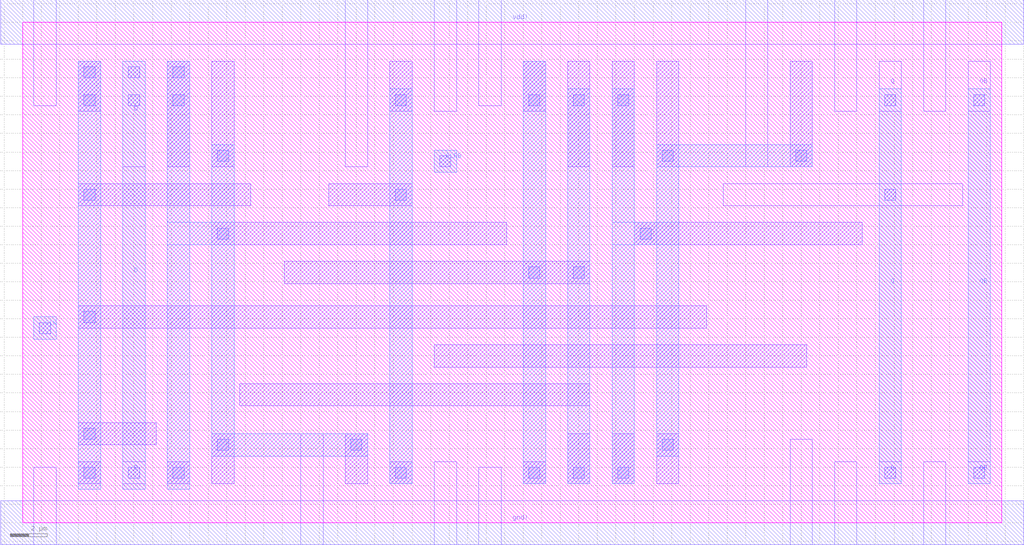
<source format=lef>

VERSION 5.5 ;
NAMESCASESENSITIVE ON ;
BUSBITCHARS "[]" ;
DIVIDERCHAR "/" ;
UNITS
  DATABASE MICRONS 100 ;
END UNITS

MANUFACTURINGGRID 0.15 ;

LAYER poly
  TYPE	MASTERSLICE ;
END poly

LAYER cc
  TYPE	CUT ;
  SPACING	0.9 ;
END cc

LAYER metal1
  TYPE		ROUTING ;
  DIRECTION	HORIZONTAL ;
  PITCH		3  ;
  WIDTH		0.9 ;
  SPACING	0.9 ;
  OFFSET	1.5 ; 
  RESISTANCE	RPERSQ 0.09 ;
  CAPACITANCE	CPERSQDIST 4.0e-05 ;
  EDGECAPACITANCE 7.5e-05 ;
END metal1

LAYER via
  TYPE	CUT ;
  SPACING	0.9 ;
END via

LAYER metal2
  TYPE		ROUTING ;
  DIRECTION	VERTICAL ;
  PITCH		2.4  ;
  WIDTH		0.9 ;
  SPACING	0.9 ;
  OFFSET	1.2 ;
  RESISTANCE	RPERSQ 0.09 ;
  CAPACITANCE	CPERSQDIST 2.0e-05 ;
  EDGECAPACITANCE 6.0e-05 ;
END metal2

LAYER via2
  TYPE	CUT ;
  SPACING	0.9 ;
END via2

LAYER metal3
  TYPE		ROUTING ;
  DIRECTION	HORIZONTAL ;
  PITCH		3  ;
  WIDTH		1.5 ;
  SPACING	0.9 ;
  OFFSET	1.5 ;
  RESISTANCE	RPERSQ 0.05 ;
  CAPACITANCE	CPERSQDIST 1.5e-05 ;
  EDGECAPACITANCE 4.0e-05 ;
END metal3

SPACING
  SAMENET poly  poly	0.900 ;
  SAMENET metal1  metal1	0.900  STACK ;
  SAMENET metal2  metal2	0.900  STACK ;
  SAMENET metal3  metal3	0.900 ;
  SAMENET cc  via	0.000  STACK ;
  SAMENET via  via	0.900 ;
  SAMENET via  via2	0.000  STACK ;
  SAMENET via2  via2	0.900 ;
END SPACING

VIA M1_POLY DEFAULT
  LAYER poly ;
    RECT -0.600 -0.600 0.600 0.600 ;
  LAYER cc ;
    RECT -0.300 -0.300 0.300 0.300 ;
  LAYER metal1 ;
    RECT -0.600 -0.600 0.600 0.600 ;
  RESISTANCE	17.0 ;
END M1_POLY

VIA M2_M1 DEFAULT
  LAYER metal1 ;
    RECT -0.600 -0.600 0.600 0.600 ;
  LAYER via ;
    RECT -0.300 -0.300 0.300 0.300 ;
  LAYER metal2 ;
    RECT -0.600 -0.600 0.600 0.600 ;
  RESISTANCE	0.90 ;
END M2_M1

VIA M3_M2 DEFAULT
  LAYER metal2 ;
    RECT -0.600 -0.600 0.600 0.600 ;
  LAYER via2 ;
    RECT -0.300 -0.300 0.300 0.300 ;
  LAYER metal3 ;
    RECT -0.900 -0.900 0.900 0.900 ;
  RESISTANCE	0.80 ;
END M3_M2


VIARULE viagen21 GENERATE
  LAYER metal1 ;
    DIRECTION HORIZONTAL ;
    WIDTH 1.2 TO 120 ;
    OVERHANG 0.3 ;
    METALOVERHANG 0 ;
  LAYER metal2 ;
    DIRECTION VERTICAL ;
    WIDTH 1.2 TO 120 ;
    OVERHANG 0.3 ;
    METALOVERHANG 0 ;
  LAYER via ;
    RECT -0.3 -0.3 0.3 0.3 ;
    SPACING 1.5 BY 1.5 ;
END viagen21

VIARULE viagen32 GENERATE
  LAYER metal3 ;
    DIRECTION HORIZONTAL ;
    WIDTH 1.8 TO 180 ;
    OVERHANG 0.6 ;
    METALOVERHANG 0 ;
  LAYER metal2 ;
    DIRECTION VERTICAL ;
    WIDTH 1.2 TO 120 ;
    OVERHANG 0.3 ;
    METALOVERHANG 0 ;
  LAYER via2 ;
    RECT -0.3 -0.3 0.3 0.3 ;
    SPACING 2.1 BY 2.1 ;
END viagen32

SITE  corner
    CLASS	PAD ;
    SYMMETRY	R90 Y ;
    SIZE	300.000 BY 300.000 ;
END  corner

SITE  IO
    CLASS	PAD ;
    SYMMETRY	Y ;
    SIZE	90.000 BY 300.000 ;
END  IO

SITE  dbl_core
    CLASS	CORE ;
    SYMMETRY	Y ;
    SIZE	2.400 BY 54.000 ;
END  dbl_core

SITE  core
    CLASS	CORE ;
    SYMMETRY	Y ;
    SIZE	2.400 BY 27.000 ;
END  core

PROPERTYDEFINITIONS
  MACRO drcSignature INTEGER ;
END PROPERTYDEFINITIONS

MACRO AOI21
  CLASS CORE ;
  ORIGIN 0 0 ;
  FOREIGN AOI21 0 0 ;
  SIZE 9.6 BY 27 ;
  SYMMETRY X Y ;
  SITE CoreSite ;
  PIN gnd!
    DIRECTION INOUT ;
    USE GROUND ;
    SHAPE ABUTMENT ;
    PORT
      LAYER metal1 ;
        RECT 5.4 -1.2 6.6 4.95 ;
        RECT -1.2 -1.2 10.8 1.2 ;
    END
  END gnd!
  PIN vdd!
    DIRECTION INOUT ;
    USE POWER ;
    SHAPE ABUTMENT ;
    PORT
      LAYER metal1 ;
        RECT 3 19.05 4.2 28.2 ;
        RECT -1.2 25.8 10.8 28.2 ;
    END
  END vdd!
  PIN IN1
    DIRECTION INPUT ;
    USE SIGNAL ;
    PORT
      LAYER via ;
        RECT 0.9 10.2 1.5 10.8 ;
      LAYER metal2 ;
        RECT 0.6 9.9 1.8 11.1 ;
      LAYER metal1 ;
        RECT 0.6 9.9 1.8 11.1 ;
    END
  END IN1
  PIN IN2
    DIRECTION INPUT ;
    USE SIGNAL ;
    PORT
      LAYER via ;
        RECT 3.3 10.2 3.9 10.8 ;
      LAYER metal2 ;
        RECT 3 9.9 4.2 11.1 ;
      LAYER metal1 ;
        RECT 3 9.9 4.2 11.1 ;
    END
  END IN2
  PIN IN3
    DIRECTION INPUT ;
    USE SIGNAL ;
    PORT
      LAYER via ;
        RECT 5.7 10.2 6.3 10.8 ;
      LAYER metal2 ;
        RECT 5.4 9.9 6.6 11.1 ;
      LAYER metal1 ;
        RECT 5.4 9.9 6.6 11.1 ;
    END
  END IN3
  PIN OUT
    DIRECTION OUTPUT ;
    USE SIGNAL ;
    PORT
      LAYER via ;
        RECT 8.1 23.85 8.7 24.45 ;
        RECT 8.1 22.35 8.7 22.95 ;
        RECT 8.1 20.85 8.7 21.45 ;
        RECT 8.1 19.35 8.7 19.95 ;
        RECT 8.1 6.3 8.7 6.9 ;
      LAYER metal2 ;
        RECT 7.8 6 9 24.75 ;
      LAYER metal1 ;
        RECT 0.6 6 9 7.2 ;
        RECT 7.8 2.25 9 7.2 ;
        RECT 0.6 2.25 1.8 7.2 ;
        RECT 7.8 19.05 9 24.75 ;
    END
  END OUT
  OBS
    LAYER metal1 ;
      RECT 0.6 16.8 6.6 18 ;
      RECT 0.6 16.8 1.8 24.75 ;
      RECT 5.4 16.8 6.6 24.75 ;
  END
  PROPERTY drcSignature 14016396 ;
END AOI21

MACRO AOI22
  CLASS CORE ;
  ORIGIN 0 0 ;
  FOREIGN AOI22 0 0 ;
  SIZE 12 BY 27 ;
  SYMMETRY X Y ;
  SITE CoreSite ;
  PIN gnd!
    DIRECTION INOUT ;
    USE GROUND ;
    SHAPE ABUTMENT ;
    PORT
      LAYER metal1 ;
        RECT 5.4 -1.2 6.6 4.95 ;
        RECT -1.2 -1.2 13.2 1.2 ;
    END
  END gnd!
  PIN vdd!
    DIRECTION INOUT ;
    USE POWER ;
    SHAPE ABUTMENT ;
    PORT
      LAYER metal1 ;
        RECT 3 19.05 4.2 28.2 ;
        RECT -1.2 25.8 13.2 28.2 ;
    END
  END vdd!
  PIN IN1
    DIRECTION INPUT ;
    USE SIGNAL ;
    PORT
      LAYER via ;
        RECT 0.9 10.2 1.5 10.8 ;
      LAYER metal2 ;
        RECT 0.6 9.9 1.8 11.1 ;
      LAYER metal1 ;
        RECT 0.6 9.9 1.8 11.1 ;
    END
  END IN1
  PIN IN2
    DIRECTION INPUT ;
    USE SIGNAL ;
    PORT
      LAYER via ;
        RECT 3.3 10.2 3.9 10.8 ;
      LAYER metal2 ;
        RECT 3 9.9 4.2 11.1 ;
      LAYER metal1 ;
        RECT 3 9.9 4.2 11.1 ;
    END
  END IN2
  PIN IN3
    DIRECTION INPUT ;
    USE SIGNAL ;
    PORT
      LAYER via ;
        RECT 5.7 10.2 6.3 10.8 ;
      LAYER metal2 ;
        RECT 5.4 9.9 6.6 11.1 ;
      LAYER metal1 ;
        RECT 5.4 9.9 6.6 11.1 ;
    END
  END IN3
  PIN IN4
    DIRECTION INPUT ;
    USE SIGNAL ;
    PORT
      LAYER via ;
        RECT 8.1 10.2 8.7 10.8 ;
      LAYER metal2 ;
        RECT 7.8 9.9 9 11.1 ;
      LAYER metal1 ;
        RECT 7.8 9.9 9 11.1 ;
    END
  END IN4
  PIN OUT
    DIRECTION OUTPUT ;
    USE SIGNAL ;
    PORT
      LAYER via ;
        RECT 8.1 23.85 8.7 24.45 ;
        RECT 8.1 22.35 8.7 22.95 ;
        RECT 8.1 20.85 8.7 21.45 ;
        RECT 8.1 19.35 8.7 19.95 ;
        RECT 10.5 6.3 11.1 6.9 ;
      LAYER metal2 ;
        RECT 7.8 19.05 11.4 20.25 ;
        RECT 10.2 6 11.4 20.25 ;
        RECT 7.8 19.05 9 24.75 ;
      LAYER metal1 ;
        RECT 0.6 6 11.4 7.2 ;
        RECT 10.2 2.25 11.4 7.2 ;
        RECT 0.6 2.25 1.8 7.2 ;
        RECT 7.8 19.05 9 24.75 ;
    END
  END OUT
  OBS
    LAYER metal1 ;
      RECT 0.6 16.8 11.4 18 ;
      RECT 0.6 16.8 1.8 24.75 ;
      RECT 5.4 16.8 6.6 24.75 ;
      RECT 10.2 16.8 11.4 24.75 ;
  END
  PROPERTY drcSignature 14016396 ;
END AOI22

MACRO BUF4X
  CLASS CORE ;
  ORIGIN 0 0 ;
  FOREIGN BUF4X 0 0 ;
  SIZE 9.6 BY 27 ;
  SYMMETRY X Y ;
  SITE CoreSite ;
  PIN vdd!
    DIRECTION INOUT ;
    USE POWER ;
    SHAPE ABUTMENT ;
    PORT
      LAYER metal1 ;
        RECT 0.6 22.5 1.8 28.2 ;
        RECT 5.4 13.5 6.6 28.2 ;
        RECT -1.2 25.8 10.8 28.2 ;
    END
  END vdd!
  PIN gnd!
    DIRECTION INOUT ;
    USE GROUND ;
    SHAPE ABUTMENT ;
    PORT
      LAYER metal1 ;
        RECT 0.6 -1.2 1.8 3.3 ;
        RECT 5.4 -1.2 6.6 7.8 ;
        RECT -1.2 -1.2 10.8 1.2 ;
    END
  END gnd!
  PIN IN
    DIRECTION INPUT ;
    USE SIGNAL ;
    PORT
      LAYER via ;
        RECT 0.9 10.2 1.5 10.8 ;
      LAYER metal2 ;
        RECT 0.6 9.9 1.8 11.1 ;
      LAYER metal1 ;
        RECT 0.6 9.9 1.8 11.1 ;
    END
  END IN
  PIN OUT
    DIRECTION OUTPUT ;
    USE SIGNAL ;
    PORT
      LAYER via ;
        RECT 8.1 13.5 8.7 14.1 ;
        RECT 8.1 7.2 8.7 7.8 ;
      LAYER metal2 ;
        RECT 7.8 6.9 9 14.4 ;
      LAYER metal1 ;
        RECT 7.8 2.4 9 8.1 ;
        RECT 7.8 13.2 9 24.9 ;
    END
  END OUT
  OBS
    LAYER metal1 ;
      RECT 3 22.2 4.2 24.9 ;
      RECT 3 2.4 4.2 3.6 ;
      RECT 3 9.6 6.3 10.8 ;
    LAYER metal2 ;
      RECT 3 2.4 4.2 23.4 ;
    LAYER via ;
      RECT 3.3 22.5 3.9 23.1 ;
      RECT 3.3 9.9 3.9 10.5 ;
      RECT 3.3 2.7 3.9 3.3 ;
  END
  PROPERTY drcSignature 14016396 ;
END BUF4X

MACRO BUF8X
  CLASS CORE ;
  ORIGIN 0 0 ;
  FOREIGN BUF8X 0 0 ;
  SIZE 12 BY 27 ;
  SYMMETRY X Y ;
  SITE CoreSite ;
  PIN gnd!
    DIRECTION INOUT ;
    USE GROUND ;
    SHAPE ABUTMENT ;
    PORT
      LAYER metal1 ;
        RECT 0.6 -1.2 1.8 4.8 ;
        RECT 7.8 -1.2 9 7.8 ;
        RECT -1.2 -1.2 13.2 1.2 ;
    END
  END gnd!
  PIN vdd!
    DIRECTION INOUT ;
    USE POWER ;
    SHAPE ABUTMENT ;
    PORT
      LAYER metal1 ;
        RECT 0.6 19.5 1.8 28.2 ;
        RECT 7.8 13.5 9 28.2 ;
        RECT -1.2 25.8 13.2 28.2 ;
    END
  END vdd!
  PIN IN
    DIRECTION INPUT ;
    USE SIGNAL ;
    PORT
      LAYER via ;
        RECT 0.9 10.2 1.5 10.8 ;
      LAYER metal2 ;
        RECT 0.6 9.9 1.8 11.1 ;
      LAYER metal1 ;
        RECT 0.6 9.9 1.8 11.1 ;
    END
  END IN
  PIN OUT
    DIRECTION OUTPUT ;
    USE SIGNAL ;
    PORT
      LAYER via ;
        RECT 5.7 13.5 6.3 14.1 ;
        RECT 5.7 7.2 6.3 7.8 ;
        RECT 10.5 13.5 11.1 14.1 ;
        RECT 10.5 7.2 11.1 7.8 ;
      LAYER metal2 ;
        RECT 5.4 13.2 11.4 14.4 ;
        RECT 10.2 6.9 11.4 14.4 ;
        RECT 5.4 6.9 11.4 8.1 ;
      LAYER metal1 ;
        RECT 10.2 2.4 11.4 8.1 ;
        RECT 10.2 13.2 11.4 24.9 ;
        RECT 5.4 2.4 6.6 8.1 ;
        RECT 5.4 13.2 6.6 24.9 ;
    END
  END OUT
  OBS
    LAYER metal1 ;
      RECT 3 19.2 4.2 24.9 ;
      RECT 3 2.4 4.2 5.1 ;
      RECT 3 9.6 6.3 10.8 ;
    LAYER metal2 ;
      RECT 3 3.9 4.2 20.4 ;
    LAYER via ;
      RECT 3.3 19.5 3.9 20.1 ;
      RECT 3.3 9.9 3.9 10.5 ;
      RECT 3.3 4.2 3.9 4.8 ;
  END
  PROPERTY drcSignature 14016396 ;
END BUF8X

MACRO DFFRX1
  CLASS CORE ;
  ORIGIN 0 0 ;
  FOREIGN DFFRX1 0 0 ;
  SIZE 40.8 BY 27 ;
  SYMMETRY X Y ;
  SITE CoreSite ;
  PIN vdd!
    DIRECTION INOUT ;
    USE POWER ;
    SHAPE ABUTMENT ;
    PORT
      LAYER metal1 ;
        RECT 0.6 22.5 1.8 28.2 ;
        RECT 15 19.2 16.2 28.2 ;
        RECT 19.8 22.5 21 28.2 ;
        RECT 29.4 19.2 30.6 28.2 ;
        RECT 36.6 22.2 37.8 28.2 ;
        RECT -1.2 25.8 42 28.2 ;
    END
  END vdd!
  PIN Q
    DIRECTION OUTPUT ;
    USE SIGNAL ;
    PORT
      LAYER via ;
        RECT 34.5 22.5 35.1 23.1 ;
        RECT 34.5 17.4 35.1 18 ;
        RECT 34.5 2.4 35.1 3 ;
      LAYER metal2 ;
        RECT 34.2 2.1 35.4 23.4 ;
      LAYER metal1 ;
        RECT 28.2 17.1 38.7 18.3 ;
        RECT 34.2 2.1 35.4 3.3 ;
        RECT 34.2 22.2 35.4 24.9 ;
    END
  END Q
  PIN CLRB
    DIRECTION INPUT ;
    USE SIGNAL ;
    PORT
      LAYER via ;
        RECT 20.1 19.2 20.7 19.8 ;
      LAYER metal2 ;
        RECT 19.8 18.9 21 20.1 ;
      LAYER metal1 ;
        RECT 19.8 18.9 21 20.1 ;
    END
  END CLRB
  PIN D
    DIRECTION INPUT ;
    USE SIGNAL ;
    PORT
      LAYER via ;
        RECT 5.7 19.5 6.3 20.1 ;
        RECT 5.7 2.4 6.3 3 ;
      LAYER metal2 ;
        RECT 5.4 2.1 6.6 24.9 ;
      LAYER metal1 ;
        RECT 5.4 2.1 6.6 3.3 ;
        RECT 5.4 19.2 6.6 24.9 ;
    END
  END D
  PIN CLK
    DIRECTION INPUT ;
    USE CLOCK ;
    PORT
      LAYER via ;
        RECT 0.9 10.2 1.5 10.8 ;
      LAYER metal2 ;
        RECT 0.6 9.9 1.8 11.1 ;
      LAYER metal1 ;
        RECT 0.6 9.9 1.8 11.1 ;
    END
  END CLK
  PIN gnd!
    DIRECTION INOUT ;
    USE GROUND ;
    SHAPE ABUTMENT ;
    PORT
      LAYER metal1 ;
        RECT 0.6 -1.2 1.8 3 ;
        RECT 12.6 -1.2 13.8 4.8 ;
        RECT 19.8 -1.2 21 3.3 ;
        RECT 31.8 -1.2 33 4.5 ;
        RECT 36.6 -1.2 37.8 3.3 ;
        RECT -1.2 -1.2 42 1.2 ;
    END
  END gnd!
  PIN QB
    DIRECTION OUTPUT ;
    USE SIGNAL ;
    PORT
      LAYER via ;
        RECT 39.3 22.5 39.9 23.1 ;
        RECT 39.3 2.4 39.9 3 ;
      LAYER metal2 ;
        RECT 39 2.1 40.2 23.4 ;
      LAYER metal1 ;
        RECT 39 2.1 40.2 3.3 ;
        RECT 39 22.2 40.2 24.9 ;
    END
  END QB
  OBS
    LAYER metal1 ;
      RECT 3 22.2 4.2 24.9 ;
      RECT 3 2.1 4.2 3.3 ;
      RECT 3 4.2 6.9 5.4 ;
      RECT 7.8 19.2 9 24.9 ;
      RECT 7.8 2.1 9 4.8 ;
      RECT 3 17.1 9.9 18.3 ;
      RECT 15 2.1 16.2 4.8 ;
      RECT 17.4 22.2 18.6 24.9 ;
      RECT 14.1 17.1 18.6 18.3 ;
      RECT 17.4 2.1 18.6 3.3 ;
      RECT 7.8 15 21.9 16.2 ;
      RECT 22.2 22.2 23.4 24.9 ;
      RECT 11.7 12.9 23.4 14.1 ;
      RECT 22.2 2.1 23.4 4.8 ;
      RECT 9.3 6.3 24.3 7.5 ;
      RECT 24.6 19.2 25.8 24.9 ;
      RECT 24.6 2.1 25.8 4.8 ;
      RECT 3 10.5 29.1 11.7 ;
      RECT 31.8 19.2 33 24.9 ;
      RECT 17.7 8.4 33.3 9.6 ;
      RECT 24.6 15 35.7 16.2 ;
    LAYER metal2 ;
      RECT 3 2.1 4.2 24.9 ;
      RECT 7.8 3.6 16.2 4.8 ;
      RECT 7.8 1.8 9 24.9 ;
      RECT 17.4 2.1 18.6 23.4 ;
      RECT 22.2 2.1 23.4 24.9 ;
      RECT 24.6 2.1 25.8 20.4 ;
      RECT 24.6 19.2 33 20.4 ;
    LAYER via ;
      RECT 3.3 22.5 3.9 23.1 ;
      RECT 3.3 17.4 3.9 18 ;
      RECT 3.3 10.8 3.9 11.4 ;
      RECT 3.3 4.5 3.9 5.1 ;
      RECT 3.3 2.4 3.9 3 ;
      RECT 8.1 19.5 8.7 20.1 ;
      RECT 8.1 15.3 8.7 15.9 ;
      RECT 8.1 3.9 8.7 4.5 ;
      RECT 15.3 3.9 15.9 4.5 ;
      RECT 17.7 22.5 18.3 23.1 ;
      RECT 17.7 17.4 18.3 18 ;
      RECT 17.7 2.4 18.3 3 ;
      RECT 22.5 22.5 23.1 23.1 ;
      RECT 22.5 13.2 23.1 13.8 ;
      RECT 22.5 2.4 23.1 3 ;
      RECT 24.9 19.5 25.5 20.1 ;
      RECT 24.9 15.3 25.5 15.9 ;
      RECT 24.9 3.9 25.5 4.5 ;
      RECT 32.1 19.5 32.7 20.1 ;
  END
  PROPERTY drcSignature 14016396 ;
END DFFRX1

MACRO DFFRX1_v1
  CLASS CORE ;
  ORIGIN 0 0 ;
  FOREIGN DFFRX1_v1 0 0 ;
  SIZE 52.8 BY 27 ;
  SYMMETRY X Y ;
  SITE CoreSite ;
  PIN vdd!
    DIRECTION INOUT ;
    USE POWER ;
    SHAPE ABUTMENT ;
    PORT
      LAYER metal1 ;
        RECT 0.6 22.5 1.8 28.2 ;
        RECT 17.4 19.2 18.6 28.2 ;
        RECT 22.2 22.2 23.4 28.2 ;
        RECT 24.6 22.5 25.8 28.2 ;
        RECT 39 19.2 40.2 28.2 ;
        RECT 43.8 22.2 45 28.2 ;
        RECT 48.6 22.2 49.8 28.2 ;
        RECT -1.2 25.8 54 28.2 ;
    END
  END vdd!
  PIN Q
    DIRECTION OUTPUT ;
    USE SIGNAL ;
    PORT
      LAYER via ;
        RECT 46.5 22.5 47.1 23.1 ;
        RECT 46.5 17.4 47.1 18 ;
        RECT 46.5 2.4 47.1 3 ;
      LAYER metal2 ;
        RECT 46.2 2.1 47.4 23.4 ;
      LAYER metal1 ;
        RECT 37.8 17.1 50.7 18.3 ;
        RECT 46.2 2.1 47.4 3.3 ;
        RECT 46.2 22.2 47.4 24.9 ;
    END
  END Q
  PIN CLRB
    DIRECTION INPUT ;
    USE SIGNAL ;
    PORT
      LAYER via ;
        RECT 22.5 19.2 23.1 19.8 ;
      LAYER metal2 ;
        RECT 22.2 18.9 23.4 20.1 ;
      LAYER metal1 ;
        RECT 22.2 18.9 23.4 20.1 ;
    END
  END CLRB
  PIN D
    DIRECTION INPUT ;
    USE SIGNAL ;
    PORT
      LAYER via ;
        RECT 5.7 24 6.3 24.6 ;
        RECT 5.7 22.5 6.3 23.1 ;
        RECT 5.7 2.4 6.3 3 ;
      LAYER metal2 ;
        RECT 5.4 1.8 6.6 24.9 ;
      LAYER metal1 ;
        RECT 5.4 2.1 6.6 3.3 ;
        RECT 5.4 19.2 6.6 24.9 ;
    END
  END D
  PIN CLK
    DIRECTION INPUT ;
    USE CLOCK ;
    PORT
      LAYER via ;
        RECT 0.9 10.2 1.5 10.8 ;
      LAYER metal2 ;
        RECT 0.6 9.9 1.8 11.1 ;
      LAYER metal1 ;
        RECT 0.6 9.9 1.8 11.1 ;
    END
  END CLK
  PIN gnd!
    DIRECTION INOUT ;
    USE GROUND ;
    SHAPE ABUTMENT ;
    PORT
      LAYER metal1 ;
        RECT 0.6 -1.2 1.8 3 ;
        RECT 15 -1.2 16.2 4.8 ;
        RECT 22.2 -1.2 23.4 3.3 ;
        RECT 24.6 -1.2 25.8 3 ;
        RECT 41.4 -1.2 42.6 4.5 ;
        RECT 43.8 -1.2 45 3.3 ;
        RECT 48.6 -1.2 49.8 3.3 ;
        RECT -1.2 -1.2 54 1.2 ;
    END
  END gnd!
  PIN QB
    DIRECTION OUTPUT ;
    USE SIGNAL ;
    PORT
      LAYER via ;
        RECT 51.3 22.5 51.9 23.1 ;
        RECT 51.3 2.4 51.9 3 ;
      LAYER metal2 ;
        RECT 51 2.1 52.2 23.4 ;
      LAYER metal1 ;
        RECT 51 2.1 52.2 3.3 ;
        RECT 51 22.2 52.2 24.9 ;
    END
  END QB
  OBS
    LAYER metal1 ;
      RECT 3 22.2 4.2 24.9 ;
      RECT 3 2.1 4.2 3.3 ;
      RECT 3 4.2 7.2 5.4 ;
      RECT 7.8 19.2 9 24.9 ;
      RECT 7.8 2.1 9 3.3 ;
      RECT 10.2 19.2 11.4 24.9 ;
      RECT 10.2 2.1 11.4 4.8 ;
      RECT 3 17.1 12.3 18.3 ;
      RECT 17.4 2.1 18.6 4.8 ;
      RECT 19.8 22.2 21 24.9 ;
      RECT 16.5 17.1 21 18.3 ;
      RECT 19.8 2.1 21 3.3 ;
      RECT 10.2 15 26.1 16.2 ;
      RECT 27 22.2 28.2 24.9 ;
      RECT 27 2.1 28.2 3.3 ;
      RECT 29.4 19.2 30.6 24.9 ;
      RECT 14.1 12.9 30.6 14.1 ;
      RECT 11.7 6.3 30.6 7.5 ;
      RECT 29.4 2.1 30.6 4.8 ;
      RECT 31.8 19.2 33 24.9 ;
      RECT 31.8 2.1 33 4.8 ;
      RECT 34.2 19.2 35.4 24.9 ;
      RECT 34.2 2.1 35.4 4.8 ;
      RECT 3 10.5 36.9 11.7 ;
      RECT 22.2 8.4 42.3 9.6 ;
      RECT 41.4 19.2 42.6 24.9 ;
      RECT 33 15 45.3 16.2 ;
    LAYER metal2 ;
      RECT 3 1.8 4.2 24.9 ;
      RECT 10.2 3.6 18.6 4.8 ;
      RECT 7.8 15 11.4 16.2 ;
      RECT 10.2 3.6 11.4 20.4 ;
      RECT 7.8 1.8 9 24.9 ;
      RECT 19.8 2.1 21 23.4 ;
      RECT 27 2.1 28.2 24.9 ;
      RECT 29.4 2.1 30.6 23.4 ;
      RECT 31.8 15 35.4 16.2 ;
      RECT 34.2 3.6 35.4 20.4 ;
      RECT 34.2 19.2 42.6 20.4 ;
      RECT 31.8 2.1 33 23.4 ;
    LAYER via ;
      RECT 3.3 24 3.9 24.6 ;
      RECT 3.3 22.5 3.9 23.1 ;
      RECT 3.3 17.4 3.9 18 ;
      RECT 3.3 10.8 3.9 11.4 ;
      RECT 3.3 4.5 3.9 5.1 ;
      RECT 3.3 2.4 3.9 3 ;
      RECT 8.1 24 8.7 24.6 ;
      RECT 8.1 22.5 8.7 23.1 ;
      RECT 8.1 2.4 8.7 3 ;
      RECT 10.5 19.5 11.1 20.1 ;
      RECT 10.5 15.3 11.1 15.9 ;
      RECT 10.5 3.9 11.1 4.5 ;
      RECT 17.7 3.9 18.3 4.5 ;
      RECT 20.1 22.5 20.7 23.1 ;
      RECT 20.1 17.4 20.7 18 ;
      RECT 20.1 2.4 20.7 3 ;
      RECT 27.3 22.5 27.9 23.1 ;
      RECT 27.3 13.2 27.9 13.8 ;
      RECT 27.3 2.4 27.9 3 ;
      RECT 29.7 22.5 30.3 23.1 ;
      RECT 29.7 13.2 30.3 13.8 ;
      RECT 29.7 2.4 30.3 3 ;
      RECT 32.1 22.5 32.7 23.1 ;
      RECT 32.1 2.4 32.7 3 ;
      RECT 33.3 15.3 33.9 15.9 ;
      RECT 34.5 19.5 35.1 20.1 ;
      RECT 34.5 3.9 35.1 4.5 ;
      RECT 41.7 19.5 42.3 20.1 ;
  END
  PROPERTY drcSignature 14016396 ;
END DFFRX1_v1

MACRO FULLADD
  CLASS CORE ;
  ORIGIN 0 0 ;
  FOREIGN FULLADD 0 0 ;
  SIZE 38.4 BY 27 ;
  SYMMETRY X Y ;
  SITE CoreSite ;
  PIN gnd!
    DIRECTION INOUT ;
    USE GROUND ;
    SHAPE ABUTMENT ;
    PORT
      LAYER metal1 ;
        RECT 3 -1.2 4.2 4.5 ;
        RECT 12.6 -1.2 13.8 4.5 ;
        RECT 17.4 -1.2 18.6 4.5 ;
        RECT 29.4 -1.2 30.6 6.15 ;
        RECT 34.2 -1.2 35.4 3.3 ;
        RECT -1.2 -1.2 39.6 1.2 ;
    END
  END gnd!
  PIN vdd!
    DIRECTION INOUT ;
    USE POWER ;
    SHAPE ABUTMENT ;
    PORT
      LAYER metal1 ;
        RECT 3 19.5 4.2 28.2 ;
        RECT 12.6 19.5 13.8 28.2 ;
        RECT 17.4 19.5 18.6 28.2 ;
        RECT 29.4 18 30.6 28.2 ;
        RECT 34.2 22.2 35.4 28.2 ;
        RECT -1.2 25.8 39.6 28.2 ;
    END
  END vdd!
  PIN SUM
    DIRECTION OUTPUT ;
    USE SIGNAL ;
    PORT
      LAYER via ;
        RECT 36.9 22.2 37.5 22.8 ;
        RECT 36.9 2.7 37.5 3.3 ;
      LAYER metal2 ;
        RECT 36.6 2.4 37.8 23.1 ;
      LAYER metal1 ;
        RECT 36.6 2.4 37.8 3.6 ;
        RECT 36.6 21.9 37.8 24.6 ;
    END
  END SUM
  PIN A
    DIRECTION INPUT ;
    USE SIGNAL ;
    PORT
      LAYER via ;
        RECT 0.9 13.2 1.5 13.8 ;
      LAYER metal2 ;
        RECT 0.6 12.9 1.8 14.1 ;
      LAYER metal1 ;
        RECT 27.6 13.8 30.3 15 ;
        RECT 0.6 15 28.5 16.2 ;
        RECT 0.6 12.9 1.8 16.2 ;
    END
  END A
  PIN CIN
    DIRECTION INPUT ;
    USE SIGNAL ;
    PORT
      LAYER via ;
        RECT 5.7 10.2 6.3 10.8 ;
      LAYER metal2 ;
        RECT 5.4 9.9 6.6 11.1 ;
      LAYER metal1 ;
        RECT 5.4 10.8 24.3 12 ;
        RECT 5.4 9.9 6.6 12 ;
    END
  END CIN
  PIN B
    DIRECTION INPUT ;
    USE SIGNAL ;
    PORT
      LAYER via ;
        RECT 3.3 13.2 3.9 13.8 ;
      LAYER metal2 ;
        RECT 3 12.9 4.2 14.1 ;
      LAYER metal1 ;
        RECT 3 12.9 26.7 14.1 ;
    END
  END B
  PIN COUT
    DIRECTION OUTPUT ;
    USE SIGNAL ;
    PORT
      LAYER via ;
        RECT 32.1 22.2 32.7 22.8 ;
        RECT 32.1 2.7 32.7 3.3 ;
      LAYER metal2 ;
        RECT 31.8 2.4 33 23.1 ;
      LAYER metal1 ;
        RECT 31.8 2.4 33 3.6 ;
        RECT 31.8 21.9 33 24.6 ;
    END
  END COUT
  OBS
    LAYER metal1 ;
      RECT 0.6 19.2 1.8 24.9 ;
      RECT 0.6 2.1 1.8 4.8 ;
      RECT 5.4 19.2 6.6 24.9 ;
      RECT 0.6 17.1 6.6 18.3 ;
      RECT 0.6 5.7 6.6 6.9 ;
      RECT 5.4 2.1 6.6 4.8 ;
      RECT 7.8 19.2 9 24.9 ;
      RECT 7.8 2.1 9 4.8 ;
      RECT 15 19.2 16.2 24.9 ;
      RECT 15 2.1 16.2 4.8 ;
      RECT 19.8 19.2 21 24.9 ;
      RECT 15 17.1 21 18.3 ;
      RECT 15 5.7 21 6.9 ;
      RECT 19.8 2.1 21 4.8 ;
      RECT 22.2 17.7 23.4 24.9 ;
      RECT 22.2 2.1 23.4 6.3 ;
      RECT 7.8 8.7 27.9 9.9 ;
      RECT 26.7 9.9 33.9 11.1 ;
      RECT 29.4 7.65 36.3 8.85 ;
    LAYER metal2 ;
      RECT 0.6 17.1 1.8 20.4 ;
      RECT 0.6 3.6 1.8 6.9 ;
      RECT 5.4 17.1 6.6 20.4 ;
      RECT 5.4 3.6 6.6 6.9 ;
      RECT 7.8 3.6 9 20.4 ;
      RECT 15 17.1 16.2 20.4 ;
      RECT 15 3.6 16.2 6.9 ;
      RECT 19.8 17.1 21 20.4 ;
      RECT 19.8 3.6 21 6.9 ;
      RECT 22.2 6.45 30.6 7.65 ;
      RECT 29.4 6.45 30.6 8.85 ;
      RECT 22.2 5.1 23.4 18.9 ;
    LAYER via ;
      RECT 0.9 19.5 1.5 20.1 ;
      RECT 0.9 17.4 1.5 18 ;
      RECT 0.9 6 1.5 6.6 ;
      RECT 0.9 3.9 1.5 4.5 ;
      RECT 5.7 19.5 6.3 20.1 ;
      RECT 5.7 17.4 6.3 18 ;
      RECT 5.7 6 6.3 6.6 ;
      RECT 5.7 3.9 6.3 4.5 ;
      RECT 8.1 19.5 8.7 20.1 ;
      RECT 8.1 9 8.7 9.6 ;
      RECT 8.1 3.9 8.7 4.5 ;
      RECT 15.3 19.5 15.9 20.1 ;
      RECT 15.3 17.4 15.9 18 ;
      RECT 15.3 6 15.9 6.6 ;
      RECT 15.3 3.9 15.9 4.5 ;
      RECT 20.1 19.5 20.7 20.1 ;
      RECT 20.1 17.4 20.7 18 ;
      RECT 20.1 6 20.7 6.6 ;
      RECT 20.1 3.9 20.7 4.5 ;
      RECT 22.5 18 23.1 18.6 ;
      RECT 22.5 5.4 23.1 6 ;
      RECT 29.7 7.95 30.3 8.55 ;
  END
  PROPERTY drcSignature 14016396 ;
END FULLADD

MACRO Filler
  CLASS CORE ;
  ORIGIN 1.2 1.2 ;
  FOREIGN Filler -1.2 -1.2 ;
  SIZE 2.4 BY 29.4 ;
  SYMMETRY X Y ;
  SITE CoreSite ;
  PIN vdd!
    DIRECTION INOUT ;
    USE POWER ;
    SHAPE ABUTMENT ;
    PORT
      LAYER metal1 ;
        RECT -1.2 25.8 1.2 28.2 ;
    END
  END vdd!
  PIN gnd!
    DIRECTION INOUT ;
    USE GROUND ;
    SHAPE ABUTMENT ;
    PORT
      LAYER metal1 ;
        RECT -1.2 -1.2 1.2 1.2 ;
    END
  END gnd!
  PROPERTY drcSignature 14016396 ;
END Filler

MACRO Filler4
  CLASS CORE ;
  ORIGIN 0 0 ;
  FOREIGN Filler4 0 0 ;
  SIZE 7.2 BY 27 ;
  SYMMETRY X Y ;
  SITE CoreSite ;
  PIN vdd!
    DIRECTION INOUT ;
    USE POWER ;
    SHAPE ABUTMENT ;
    PORT
      LAYER metal1 ;
        RECT -1.2 25.8 8.4 28.2 ;
    END
  END vdd!
  PIN gnd!
    DIRECTION INOUT ;
    USE GROUND ;
    SHAPE ABUTMENT ;
    PORT
      LAYER metal1 ;
        RECT -1.2 -1.2 8.4 1.2 ;
    END
  END gnd!
  PROPERTY drcSignature 14016396 ;
END Filler4

MACRO Filler8
  CLASS CORE ;
  ORIGIN 0 0 ;
  FOREIGN Filler8 0 0 ;
  SIZE 16.8 BY 27 ;
  SYMMETRY X Y ;
  SITE CoreSite ;
  PIN gnd!
    DIRECTION INOUT ;
    USE GROUND ;
    SHAPE ABUTMENT ;
    PORT
      LAYER metal1 ;
        RECT -1.2 -1.2 18 1.2 ;
    END
  END gnd!
  PIN vdd!
    DIRECTION INOUT ;
    USE POWER ;
    SHAPE ABUTMENT ;
    PORT
      LAYER metal1 ;
        RECT -1.2 25.8 18 28.2 ;
    END
  END vdd!
  PROPERTY drcSignature 14016396 ;
END Filler8

MACRO INVX1
  CLASS CORE ;
  ORIGIN 0 0 ;
  FOREIGN INVX1 0 0 ;
  SIZE 4.8 BY 27 ;
  SYMMETRY X Y ;
  SITE CoreSite ;
  PIN vdd!
    DIRECTION INOUT ;
    USE POWER ;
    SHAPE ABUTMENT ;
    PORT
      LAYER metal1 ;
        RECT 0.6 22.2 1.8 28.2 ;
        RECT -1.2 25.8 6 28.2 ;
    END
  END vdd!
  PIN OUT
    DIRECTION OUTPUT ;
    USE SIGNAL ;
    PORT
      LAYER via ;
        RECT 3.3 10.2 3.9 10.8 ;
      LAYER metal2 ;
        RECT 3 9.9 4.2 11.1 ;
      LAYER metal1 ;
        RECT 3 2.4 4.2 24.6 ;
    END
  END OUT
  PIN IN
    DIRECTION INPUT ;
    USE SIGNAL ;
    PORT
      LAYER via ;
        RECT 0.9 10.2 1.5 10.8 ;
      LAYER metal2 ;
        RECT 0.6 9.9 1.8 11.1 ;
      LAYER metal1 ;
        RECT 0.6 9.9 1.8 11.1 ;
    END
  END IN
  PIN gnd!
    DIRECTION INOUT ;
    USE GROUND ;
    SHAPE ABUTMENT ;
    PORT
      LAYER metal1 ;
        RECT 0.6 -1.2 1.8 3.3 ;
        RECT -1.2 -1.2 6 1.2 ;
    END
  END gnd!
  PROPERTY drcSignature 14016396 ;
END INVX1

MACRO INVX4
  CLASS CORE ;
  ORIGIN 0 0 ;
  FOREIGN INVX4 0 0 ;
  SIZE 4.8 BY 27 ;
  SYMMETRY X Y ;
  SITE CoreSite ;
  PIN vdd!
    DIRECTION INOUT ;
    USE POWER ;
    SHAPE ABUTMENT ;
    PORT
      LAYER metal1 ;
        RECT 0.6 13.5 1.8 28.2 ;
        RECT -1.2 25.8 6 28.2 ;
    END
  END vdd!
  PIN gnd!
    DIRECTION INOUT ;
    USE GROUND ;
    SHAPE ABUTMENT ;
    PORT
      LAYER metal1 ;
        RECT 0.6 -1.2 1.8 7.8 ;
        RECT -1.2 -1.2 6 1.2 ;
    END
  END gnd!
  PIN IN
    DIRECTION INPUT ;
    USE SIGNAL ;
    PORT
      LAYER via ;
        RECT 0.9 10.2 1.5 10.8 ;
      LAYER metal2 ;
        RECT 0.6 9.9 1.8 11.1 ;
      LAYER metal1 ;
        RECT 0.6 9.9 1.8 11.1 ;
    END
  END IN
  PIN OUT
    DIRECTION OUTPUT ;
    USE SIGNAL ;
    PORT
      LAYER via ;
        RECT 3.3 10.2 3.9 10.8 ;
      LAYER metal2 ;
        RECT 3 9.9 4.2 11.1 ;
      LAYER metal1 ;
        RECT 3 2.4 4.2 24.6 ;
    END
  END OUT
  PROPERTY drcSignature 14016396 ;
END INVX4

MACRO INVX8
  CLASS CORE ;
  ORIGIN 0 0 ;
  FOREIGN INVX8 0 0 ;
  SIZE 7.2 BY 27 ;
  SYMMETRY X Y ;
  SITE CoreSite ;
  PIN vdd!
    DIRECTION INOUT ;
    USE POWER ;
    SHAPE ABUTMENT ;
    PORT
      LAYER metal1 ;
        RECT 3 13.5 4.2 28.2 ;
        RECT -1.2 25.8 8.4 28.2 ;
    END
  END vdd!
  PIN gnd!
    DIRECTION INOUT ;
    USE GROUND ;
    SHAPE ABUTMENT ;
    PORT
      LAYER metal1 ;
        RECT 3 -1.2 4.2 7.8 ;
        RECT -1.2 -1.2 8.4 1.2 ;
    END
  END gnd!
  PIN IN
    DIRECTION INPUT ;
    USE SIGNAL ;
    PORT
      LAYER via ;
        RECT 5.7 10.2 6.3 10.8 ;
      LAYER metal2 ;
        RECT 5.4 9.9 6.6 11.1 ;
      LAYER metal1 ;
        RECT 5.4 9.9 6.6 11.1 ;
    END
  END IN
  PIN OUT
    DIRECTION OUTPUT ;
    USE SIGNAL ;
    PORT
      LAYER via ;
        RECT 0.9 13.5 1.5 14.1 ;
        RECT 0.9 7.2 1.5 7.8 ;
        RECT 5.7 13.5 6.3 14.1 ;
        RECT 5.7 7.2 6.3 7.8 ;
      LAYER metal2 ;
        RECT 0.6 13.2 6.6 14.4 ;
        RECT 0.6 6.9 6.6 8.1 ;
        RECT 0.6 6.9 1.8 14.4 ;
      LAYER metal1 ;
        RECT 5.4 2.4 6.6 8.1 ;
        RECT 5.4 13.2 6.6 24.9 ;
        RECT 0.6 2.4 1.8 8.1 ;
        RECT 0.6 13.2 1.8 24.9 ;
    END
  END OUT
  PROPERTY drcSignature 14016396 ;
END INVX8

MACRO MUX2X1
  CLASS CORE ;
  ORIGIN 0 0 ;
  FOREIGN MUX2X1 0 0 ;
  SIZE 12 BY 27 ;
  SYMMETRY X Y ;
  SITE CoreSite ;
  PIN vdd!
    DIRECTION INOUT ;
    USE POWER ;
    SHAPE ABUTMENT ;
    PORT
      LAYER metal1 ;
        RECT 0.6 22.2 1.8 28.2 ;
        RECT -1.2 25.8 13.2 28.2 ;
    END
  END vdd!
  PIN gnd!
    DIRECTION INOUT ;
    USE GROUND ;
    SHAPE ABUTMENT ;
    PORT
      LAYER metal1 ;
        RECT 0.6 -1.2 1.8 3.3 ;
        RECT -1.2 -1.2 13.2 1.2 ;
    END
  END gnd!
  PIN OUT
    DIRECTION OUTPUT ;
    USE SIGNAL ;
    PORT
      LAYER via ;
        RECT 8.1 23.7 8.7 24.3 ;
        RECT 8.1 22.2 8.7 22.8 ;
        RECT 8.1 2.7 8.7 3.3 ;
      LAYER metal2 ;
        RECT 7.8 2.4 9 24.6 ;
      LAYER metal1 ;
        RECT 7.8 2.4 9 3.6 ;
        RECT 7.8 21.9 9 24.6 ;
    END
  END OUT
  PIN S
    DIRECTION INPUT ;
    USE SIGNAL ;
    PORT
      LAYER via ;
        RECT 0.9 10.2 1.5 10.8 ;
      LAYER metal2 ;
        RECT 0.6 9.9 1.8 11.1 ;
      LAYER metal1 ;
        RECT 0.6 9.9 11.1 11.1 ;
    END
  END S
  PIN IN2
    DIRECTION INPUT ;
    USE SIGNAL ;
    PORT
      LAYER via ;
        RECT 10.5 23.7 11.1 24.3 ;
        RECT 10.5 22.2 11.1 22.8 ;
        RECT 10.5 2.7 11.1 3.3 ;
      LAYER metal2 ;
        RECT 10.2 2.4 11.4 24.6 ;
      LAYER metal1 ;
        RECT 10.2 2.4 11.4 3.6 ;
        RECT 10.2 21.9 11.4 24.6 ;
    END
  END IN2
  PIN IN1
    DIRECTION INPUT ;
    USE SIGNAL ;
    PORT
      LAYER via ;
        RECT 5.7 23.7 6.3 24.3 ;
        RECT 5.7 22.2 6.3 22.8 ;
        RECT 5.7 2.7 6.3 3.3 ;
      LAYER metal2 ;
        RECT 5.4 2.4 6.6 24.6 ;
      LAYER metal1 ;
        RECT 5.4 2.4 6.6 3.6 ;
        RECT 5.4 21.9 6.6 24.6 ;
    END
  END IN1
  OBS
    LAYER metal1 ;
      RECT 3 21.9 4.2 24.6 ;
      RECT 3 2.4 4.2 3.6 ;
      RECT 3 12.3 11.1 13.5 ;
    LAYER metal2 ;
      RECT 3 2.4 4.2 24.6 ;
    LAYER via ;
      RECT 3.3 23.7 3.9 24.3 ;
      RECT 3.3 22.2 3.9 22.8 ;
      RECT 3.3 12.6 3.9 13.2 ;
      RECT 3.3 2.7 3.9 3.3 ;
  END
  PROPERTY drcSignature 14016396 ;
END MUX2X1

MACRO NAND2X1
  CLASS CORE ;
  ORIGIN 0 0 ;
  FOREIGN NAND2X1 0 0 ;
  SIZE 7.2 BY 27 ;
  SYMMETRY X Y ;
  SITE CoreSite ;
  PIN vdd!
    DIRECTION INOUT ;
    USE POWER ;
    SHAPE ABUTMENT ;
    PORT
      LAYER metal1 ;
        RECT 0.6 22.35 1.8 28.2 ;
        RECT 5.4 22.35 6.6 28.2 ;
        RECT -1.2 25.8 8.4 28.2 ;
    END
  END vdd!
  PIN IN1
    DIRECTION INPUT ;
    USE SIGNAL ;
    PORT
      LAYER via ;
        RECT 0.9 13.2 1.5 13.8 ;
      LAYER metal2 ;
        RECT 0.6 12.9 1.8 14.1 ;
      LAYER metal1 ;
        RECT 0.6 12.9 1.8 14.1 ;
    END
  END IN1
  PIN IN2
    DIRECTION INPUT ;
    USE SIGNAL ;
    PORT
      LAYER via ;
        RECT 5.7 13.2 6.3 13.8 ;
      LAYER metal2 ;
        RECT 5.4 12.9 6.6 14.1 ;
      LAYER metal1 ;
        RECT 5.4 12.9 6.6 14.1 ;
    END
  END IN2
  PIN gnd!
    DIRECTION INOUT ;
    USE GROUND ;
    SHAPE ABUTMENT ;
    PORT
      LAYER metal1 ;
        RECT 5.4 -1.2 6.6 4.8 ;
        RECT -1.2 -1.2 8.4 1.2 ;
    END
  END gnd!
  PIN OUT
    DIRECTION OUTPUT ;
    USE SIGNAL ;
    PORT
      LAYER via ;
        RECT 3.3 22.5 3.9 23.1 ;
        RECT 3.3 6 3.9 6.6 ;
      LAYER metal2 ;
        RECT 3 5.7 4.2 23.4 ;
      LAYER metal1 ;
        RECT 0.6 5.7 4.2 6.9 ;
        RECT 0.6 2.1 1.8 6.9 ;
        RECT 3 22.2 4.2 24.9 ;
    END
  END OUT
  PROPERTY drcSignature 14016396 ;
END NAND2X1

MACRO NAND3X1
  CLASS CORE ;
  ORIGIN 0 0 ;
  FOREIGN NAND3X1 0 0 ;
  SIZE 9.6 BY 27 ;
  SYMMETRY X Y ;
  SITE CoreSite ;
  PIN vdd!
    DIRECTION INOUT ;
    USE POWER ;
    SHAPE ABUTMENT ;
    PORT
      LAYER metal1 ;
        RECT 0.6 22.2 1.8 28.2 ;
        RECT 5.4 22.2 6.6 28.2 ;
        RECT -1.2 25.8 10.8 28.2 ;
    END
  END vdd!
  PIN gnd!
    DIRECTION INOUT ;
    USE GROUND ;
    SHAPE ABUTMENT ;
    PORT
      LAYER metal1 ;
        RECT 0.6 -1.2 1.8 6.3 ;
        RECT -1.2 -1.2 10.8 1.2 ;
    END
  END gnd!
  PIN IN1
    DIRECTION INPUT ;
    USE SIGNAL ;
    PORT
      LAYER via ;
        RECT 0.9 10.2 1.5 10.8 ;
      LAYER metal2 ;
        RECT 0.6 9.9 1.8 11.1 ;
      LAYER metal1 ;
        RECT 0.6 9.9 1.8 11.1 ;
    END
  END IN1
  PIN IN2
    DIRECTION INPUT ;
    USE SIGNAL ;
    PORT
      LAYER via ;
        RECT 3.3 16.2 3.9 16.8 ;
      LAYER metal2 ;
        RECT 3 15.9 4.2 17.1 ;
      LAYER metal1 ;
        RECT 3 15.9 4.2 17.1 ;
    END
  END IN2
  PIN IN3
    DIRECTION INPUT ;
    USE SIGNAL ;
    PORT
      LAYER via ;
        RECT 5.7 10.2 6.3 10.8 ;
      LAYER metal2 ;
        RECT 5.4 9.9 6.6 11.1 ;
      LAYER metal1 ;
        RECT 5.4 9.9 6.6 11.1 ;
    END
  END IN3
  PIN OUT
    DIRECTION OUTPUT ;
    USE SIGNAL ;
    PORT
      LAYER via ;
        RECT 8.1 20.4 8.7 21 ;
        RECT 8.1 5.4 8.7 6 ;
      LAYER metal2 ;
        RECT 7.8 5.1 9 21.3 ;
      LAYER metal1 ;
        RECT 7.8 2.1 9 6.3 ;
        RECT 7.8 20.1 9 24.9 ;
        RECT 3 20.1 9 21.3 ;
        RECT 3 20.1 4.2 24.9 ;
    END
  END OUT
  PROPERTY drcSignature 14016396 ;
END NAND3X1

MACRO NANDX2
  CLASS CORE ;
  ORIGIN 0 0 ;
  FOREIGN NANDX2 0 0 ;
  SIZE 7.2 BY 27 ;
  SYMMETRY X Y ;
  SITE CoreSite ;
  PIN gnd!
    DIRECTION INOUT ;
    USE GROUND ;
    SHAPE ABUTMENT ;
    PORT
      LAYER metal1 ;
        RECT 0.6 -1.2 1.8 7.5 ;
        RECT -1.2 -1.2 8.4 1.2 ;
    END
  END gnd!
  PIN vdd!
    DIRECTION INOUT ;
    USE POWER ;
    SHAPE ABUTMENT ;
    PORT
      LAYER metal1 ;
        RECT 0.6 19.5 1.8 28.2 ;
        RECT 5.4 19.2 6.6 28.2 ;
        RECT -1.2 25.8 8.4 28.2 ;
    END
  END vdd!
  PIN IN1
    DIRECTION INPUT ;
    USE SIGNAL ;
    PORT
      LAYER via ;
        RECT 0.9 13.2 1.5 13.8 ;
      LAYER metal2 ;
        RECT 0.6 12.9 1.8 14.1 ;
      LAYER metal1 ;
        RECT 0.6 12.9 1.8 14.1 ;
    END
  END IN1
  PIN OUT
    DIRECTION OUTPUT ;
    USE SIGNAL ;
    PORT
      LAYER via ;
        RECT 3.3 19.5 3.9 20.1 ;
        RECT 5.7 6.9 6.3 7.5 ;
      LAYER metal2 ;
        RECT 3 9.6 6.6 10.5 ;
        RECT 5.4 6.6 6.6 10.5 ;
        RECT 3 9.6 4.2 20.4 ;
      LAYER metal1 ;
        RECT 5.4 2.1 6.6 7.8 ;
        RECT 3 19.2 4.2 24.9 ;
    END
  END OUT
  PIN IN2
    DIRECTION INPUT ;
    USE SIGNAL ;
    PORT
      LAYER via ;
        RECT 5.7 13.2 6.3 13.8 ;
      LAYER metal2 ;
        RECT 5.4 12.9 6.6 14.1 ;
      LAYER metal1 ;
        RECT 5.4 12.9 6.6 14.1 ;
    END
  END IN2
  PROPERTY drcSignature 14016396 ;
END NANDX2

MACRO NOR2X1
  CLASS CORE ;
  ORIGIN 0 0 ;
  FOREIGN NOR2X1 0 0 ;
  SIZE 7.2 BY 27 ;
  SYMMETRY X Y ;
  SITE CoreSite ;
  PIN IN2
    DIRECTION INPUT ;
    USE SIGNAL ;
    PORT
      LAYER via ;
        RECT 5.7 7.2 6.3 7.8 ;
      LAYER metal2 ;
        RECT 5.4 6.9 6.6 8.1 ;
      LAYER metal1 ;
        RECT 5.4 6.9 6.6 8.1 ;
    END
  END IN2
  PIN IN1
    DIRECTION INPUT ;
    USE SIGNAL ;
    PORT
      LAYER via ;
        RECT 0.9 7.2 1.5 7.8 ;
      LAYER metal2 ;
        RECT 0.6 6.9 1.8 8.1 ;
      LAYER metal1 ;
        RECT 0.6 6.9 1.8 8.1 ;
    END
  END IN1
  PIN OUT
    DIRECTION OUTPUT ;
    USE SIGNAL ;
    PORT
      LAYER via ;
        RECT 3.3 2.4 3.9 3 ;
        RECT 5.7 19.5 6.3 20.1 ;
      LAYER metal2 ;
        RECT 5.4 12 6.6 20.4 ;
        RECT 3 12 6.6 13.2 ;
        RECT 3 2.1 4.2 13.2 ;
      LAYER metal1 ;
        RECT 5.4 19.2 6.6 24.9 ;
        RECT 3 2.1 4.2 3.3 ;
    END
  END OUT
  PIN vdd!
    DIRECTION INOUT ;
    USE POWER ;
    SHAPE ABUTMENT ;
    PORT
      LAYER metal1 ;
        RECT 0.6 19.5 1.8 28.2 ;
        RECT -1.2 25.8 8.4 28.2 ;
    END
  END vdd!
  PIN gnd!
    DIRECTION INOUT ;
    USE GROUND ;
    SHAPE ABUTMENT ;
    PORT
      LAYER metal1 ;
        RECT 0.6 -1.2 1.8 3 ;
        RECT 5.4 -1.2 6.6 3 ;
        RECT -1.2 -1.2 8.4 1.2 ;
    END
  END gnd!
  PROPERTY drcSignature 14016396 ;
END NOR2X1

MACRO OAI21
  CLASS CORE ;
  ORIGIN 0 0 ;
  FOREIGN OAI21 0 0 ;
  SIZE 9.6 BY 27 ;
  SYMMETRY X Y ;
  SITE CoreSite ;
  PIN IN1
    DIRECTION INPUT ;
    USE SIGNAL ;
    PORT
      LAYER via ;
        RECT 8.1 16.2 8.7 16.8 ;
      LAYER metal2 ;
        RECT 7.8 15.9 9 17.1 ;
      LAYER metal1 ;
        RECT 7.8 15.9 9 17.1 ;
    END
  END IN1
  PIN IN3
    DIRECTION INPUT ;
    USE SIGNAL ;
    PORT
      LAYER via ;
        RECT 0.9 16.2 1.5 16.8 ;
      LAYER metal2 ;
        RECT 0.6 15.9 1.8 17.1 ;
      LAYER metal1 ;
        RECT 0.6 15.9 1.8 17.1 ;
    END
  END IN3
  PIN OUT
    DIRECTION OUTPUT ;
    USE SIGNAL ;
    PORT
      LAYER via ;
        RECT 3.3 19.5 3.9 20.1 ;
        RECT 3.3 13.2 3.9 13.8 ;
        RECT 5.7 3.9 6.3 4.5 ;
        RECT 6.9 13.2 7.5 13.8 ;
      LAYER metal2 ;
        RECT 6.6 7.8 7.8 14.1 ;
        RECT 5.4 3.6 6.6 9 ;
        RECT 3 12.9 4.2 20.4 ;
      LAYER metal1 ;
        RECT 3 12.9 7.8 14.1 ;
        RECT 5.4 2.1 6.6 4.8 ;
        RECT 3 19.2 4.2 24.9 ;
    END
  END OUT
  PIN gnd!
    DIRECTION INOUT ;
    USE GROUND ;
    SHAPE ABUTMENT ;
    PORT
      LAYER metal1 ;
        RECT 0.6 -1.2 1.8 4.8 ;
        RECT -1.2 -1.2 10.8 1.2 ;
    END
  END gnd!
  PIN vdd!
    DIRECTION INOUT ;
    USE POWER ;
    SHAPE ABUTMENT ;
    PORT
      LAYER metal1 ;
        RECT 0.6 19.2 1.8 28.2 ;
        RECT 7.8 19.2 9 28.2 ;
        RECT -1.2 25.8 10.8 28.2 ;
    END
  END vdd!
  PIN IN2
    DIRECTION INPUT ;
    USE SIGNAL ;
    PORT
      LAYER via ;
        RECT 3.3 10.2 3.9 10.8 ;
      LAYER metal2 ;
        RECT 3 9.9 4.2 11.1 ;
      LAYER metal1 ;
        RECT 3 9.9 4.2 11.1 ;
    END
  END IN2
  OBS
    LAYER metal1 ;
      RECT 3 2.1 4.2 6.9 ;
      RECT 7.8 2.1 9 6.9 ;
      RECT 3 5.7 9 6.9 ;
  END
  PROPERTY drcSignature 14016396 ;
END OAI21

MACRO TIEHI
  CLASS CORE ;
  ORIGIN 0 0 ;
  FOREIGN TIEHI 0 0 ;
  SIZE 4.8 BY 27 ;
  SYMMETRY X Y ;
  SITE CoreSite ;
  PIN OUT
    DIRECTION OUTPUT ;
    USE SIGNAL ;
    PORT
      LAYER via ;
        RECT 3.3 19.2 3.9 19.8 ;
      LAYER metal2 ;
        RECT 3 18.9 4.2 20.1 ;
      LAYER metal1 ;
        RECT 3 18.3 4.2 24 ;
    END
  END OUT
  PIN vdd!
    DIRECTION INOUT ;
    USE POWER ;
    SHAPE ABUTMENT ;
    PORT
      LAYER metal1 ;
        RECT 0.6 18.6 1.8 28.2 ;
        RECT -1.2 25.8 6 28.2 ;
    END
  END vdd!
  PIN gnd!
    DIRECTION INOUT ;
    USE GROUND ;
    SHAPE ABUTMENT ;
    PORT
      LAYER metal1 ;
        RECT 0.6 -1.2 1.8 4.8 ;
        RECT -1.2 -1.2 6 1.2 ;
    END
  END gnd!
  OBS
    LAYER metal1 ;
      RECT 3 2.4 4.2 6.9 ;
  END
  PROPERTY drcSignature 14016396 ;
END TIEHI

MACRO TIELO
  CLASS CORE ;
  ORIGIN 0 0 ;
  FOREIGN TIELO 0 0 ;
  SIZE 4.8 BY 27 ;
  SYMMETRY X Y ;
  SITE CoreSite ;
  PIN OUT
    DIRECTION OUTPUT ;
    USE SIGNAL ;
    PORT
      LAYER via ;
        RECT 3.3 4.2 3.9 4.8 ;
      LAYER metal1 ;
        RECT 3 2.4 4.2 5.1 ;
      LAYER metal2 ;
        RECT 3 3.9 4.2 5.1 ;
    END
  END OUT
  PIN vdd!
    DIRECTION INOUT ;
    USE POWER ;
    SHAPE ABUTMENT ;
    PORT
      LAYER metal1 ;
        RECT 0.6 18.6 1.8 28.2 ;
        RECT -1.2 25.8 6 28.2 ;
    END
  END vdd!
  PIN gnd!
    DIRECTION INOUT ;
    USE GROUND ;
    SHAPE ABUTMENT ;
    PORT
      LAYER metal1 ;
        RECT 0.6 -1.2 1.8 4.8 ;
        RECT -1.2 -1.2 6 1.2 ;
    END
  END gnd!
  OBS
    LAYER metal1 ;
      RECT 3 16.5 4.2 24 ;
  END
  PROPERTY drcSignature 14016396 ;
END TIELO

END LIBRARY

</source>
